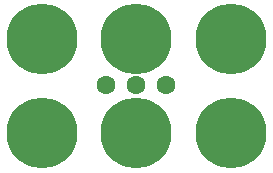
<source format=gtl>
%TF.GenerationSoftware,KiCad,Pcbnew,5.0.2-bee76a0~70~ubuntu16.04.1*%
%TF.CreationDate,2019-04-17T12:21:48-07:00*%
%TF.ProjectId,2x3-Female-Servo-Header,3278332d-4665-46d6-916c-652d53657276,1.0*%
%TF.SameCoordinates,Original*%
%TF.FileFunction,Copper,L1,Top*%
%TF.FilePolarity,Positive*%
%FSLAX46Y46*%
G04 Gerber Fmt 4.6, Leading zero omitted, Abs format (unit mm)*
G04 Created by KiCad (PCBNEW 5.0.2-bee76a0~70~ubuntu16.04.1) date Wed Apr 17 12:21:48 2019*
%MOMM*%
%LPD*%
G01*
G04 APERTURE LIST*
%ADD10C,1.600000*%
%ADD11C,6.000000*%
%ADD12C,0.350000*%
G04 APERTURE END LIST*
D10*
X62306160Y-51454880D03*
D11*
X54366160Y-55554880D03*
X54366160Y-47554880D03*
X62366160Y-47554880D03*
X62366160Y-55554880D03*
D10*
X59766160Y-51454880D03*
X64846160Y-51454880D03*
D11*
X70366160Y-47554880D03*
X70366160Y-55554880D03*
D12*
X62306160Y-51454880D03*
X54366160Y-55554880D03*
X54366160Y-47554880D03*
X62366160Y-47554880D03*
X62366160Y-55554880D03*
X59766160Y-51454880D03*
X64846160Y-51454880D03*
X70366160Y-47554880D03*
X70366160Y-55554880D03*
M02*

</source>
